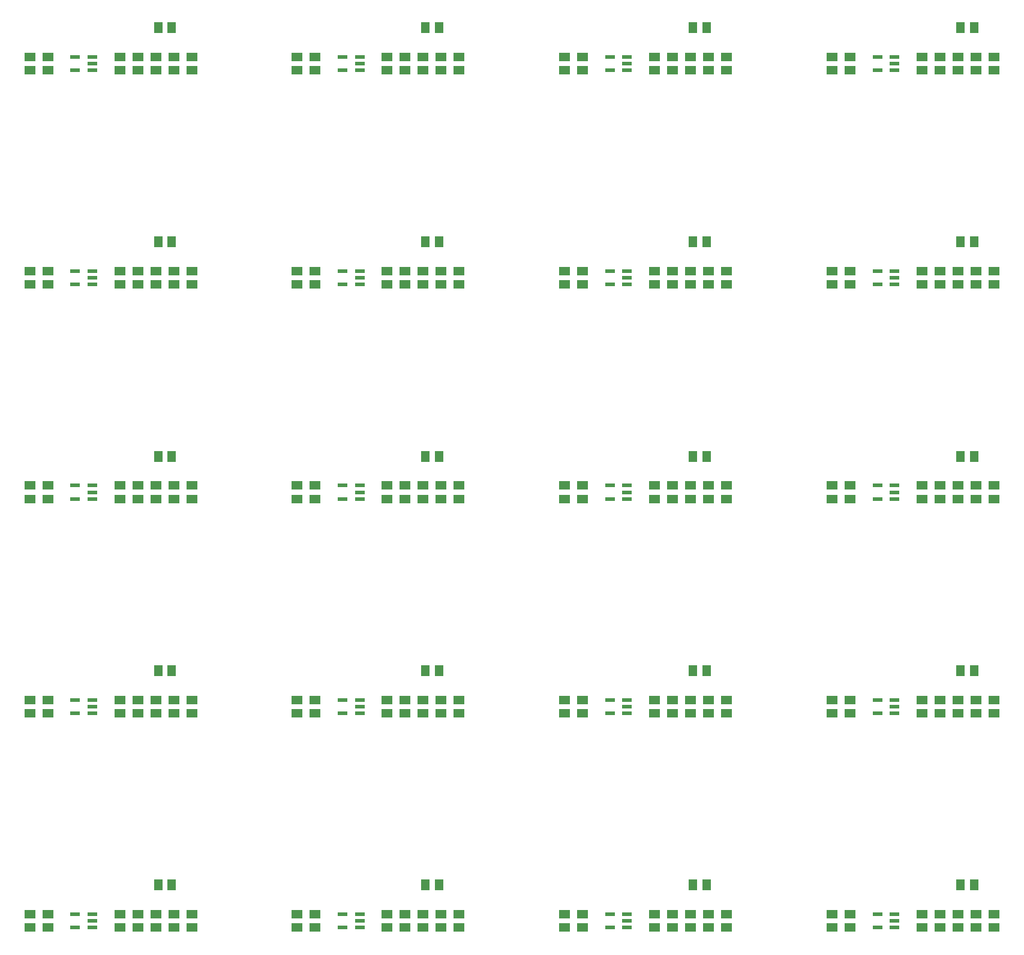
<source format=gtl>
G04 Panel Editor  V12.2 (Build 1133) Date:  Mon Apr 13 15:08:35 2020 *
G04 Database: C:\Users\sergey\Documents\EAGLE\projects\Led_amp\export\CAMOutputs\Panel\Led_amp.cam *
G04 Layer 12: solderpaste_top.gbr *
%FSLAX34Y34*%
%MOMM*%
%SFA1.000B1.000*%

%MIA0B0*%
%IPPOS*%
%ADD15R,1.50000X1.30000*%
%ADD16R,1.30000X1.50000*%
%ADD17R,1.47320X0.55880*%
%LNsolderpaste_top.gbr*%
%SRX1Y1I0J0*%
%LPD*%
%SRX4Y5I37.754J30.254*%
G54D15*
X305470Y182470D03*
Y201470D03*
G54D16*
X258070Y242570D03*
X277070D03*
G54D15*
X102270Y182470D03*
Y201470D03*
X203870Y182470D03*
Y201470D03*
X254670Y182470D03*
Y201470D03*
X280070D03*
Y182470D03*
G54D17*
X165008Y182572D03*
Y191970D03*
Y201368D03*
X141132D03*
Y182572D03*
G54D15*
X76870Y201470D03*
Y182470D03*
X229270D03*
Y201470D03*
M02*
</source>
